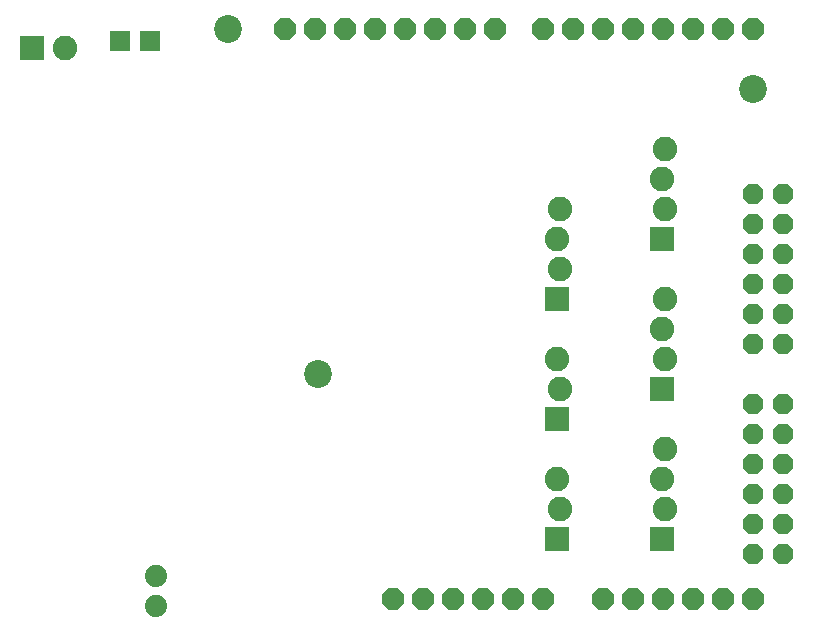
<source format=gbr>
G04 EAGLE Gerber RS-274X export*
G75*
%MOMM*%
%FSLAX34Y34*%
%LPD*%
%INSoldermask Bottom*%
%IPPOS*%
%AMOC8*
5,1,8,0,0,1.08239X$1,22.5*%
G01*
%ADD10C,2.362200*%
%ADD11P,2.034460X8X22.500000*%
%ADD12R,2.082800X2.082800*%
%ADD13C,2.082800*%
%ADD14P,1.869504X8X292.500000*%
%ADD15P,1.869504X8X112.500000*%
%ADD16R,1.727200X1.727200*%
%ADD17C,1.879600*%


D10*
X635000Y457200D03*
X190500Y508000D03*
X266700Y215900D03*
D11*
X533400Y508000D03*
X508000Y25400D03*
X558800Y508000D03*
X584200Y508000D03*
X609600Y508000D03*
X635000Y508000D03*
X508000Y508000D03*
X482600Y508000D03*
X457200Y508000D03*
X416560Y508000D03*
X391160Y508000D03*
X365760Y508000D03*
X340360Y508000D03*
X314960Y508000D03*
X289560Y508000D03*
X264160Y508000D03*
X238760Y508000D03*
X533400Y25400D03*
X558800Y25400D03*
X584200Y25400D03*
X609600Y25400D03*
X635000Y25400D03*
X457200Y25400D03*
X431800Y25400D03*
X406400Y25400D03*
X381000Y25400D03*
X355600Y25400D03*
X330200Y25400D03*
D12*
X468630Y177800D03*
D13*
X471170Y203200D03*
X468630Y228600D03*
D12*
X468630Y76200D03*
D13*
X471170Y101600D03*
X468630Y127000D03*
D12*
X557530Y76200D03*
D13*
X560070Y101600D03*
X557530Y127000D03*
X560070Y152400D03*
D14*
X660400Y190500D03*
X635000Y190500D03*
X660400Y165100D03*
X635000Y165100D03*
X660400Y139700D03*
X635000Y139700D03*
X660400Y114300D03*
X635000Y114300D03*
X660400Y88900D03*
X635000Y88900D03*
X660400Y63500D03*
X635000Y63500D03*
D12*
X24130Y491490D03*
D13*
X52070Y491490D03*
D12*
X468630Y279400D03*
D13*
X471170Y304800D03*
X468630Y330200D03*
X471170Y355600D03*
D15*
X635000Y241300D03*
X660400Y241300D03*
X635000Y266700D03*
X660400Y266700D03*
X635000Y292100D03*
X660400Y292100D03*
X635000Y317500D03*
X660400Y317500D03*
X635000Y342900D03*
X660400Y342900D03*
X635000Y368300D03*
X660400Y368300D03*
D12*
X557530Y203200D03*
D13*
X560070Y228600D03*
X557530Y254000D03*
X560070Y279400D03*
D12*
X557530Y330200D03*
D13*
X560070Y355600D03*
X557530Y381000D03*
X560070Y406400D03*
D16*
X124460Y497840D03*
X99060Y497840D03*
D17*
X129527Y19470D03*
X129527Y44870D03*
M02*

</source>
